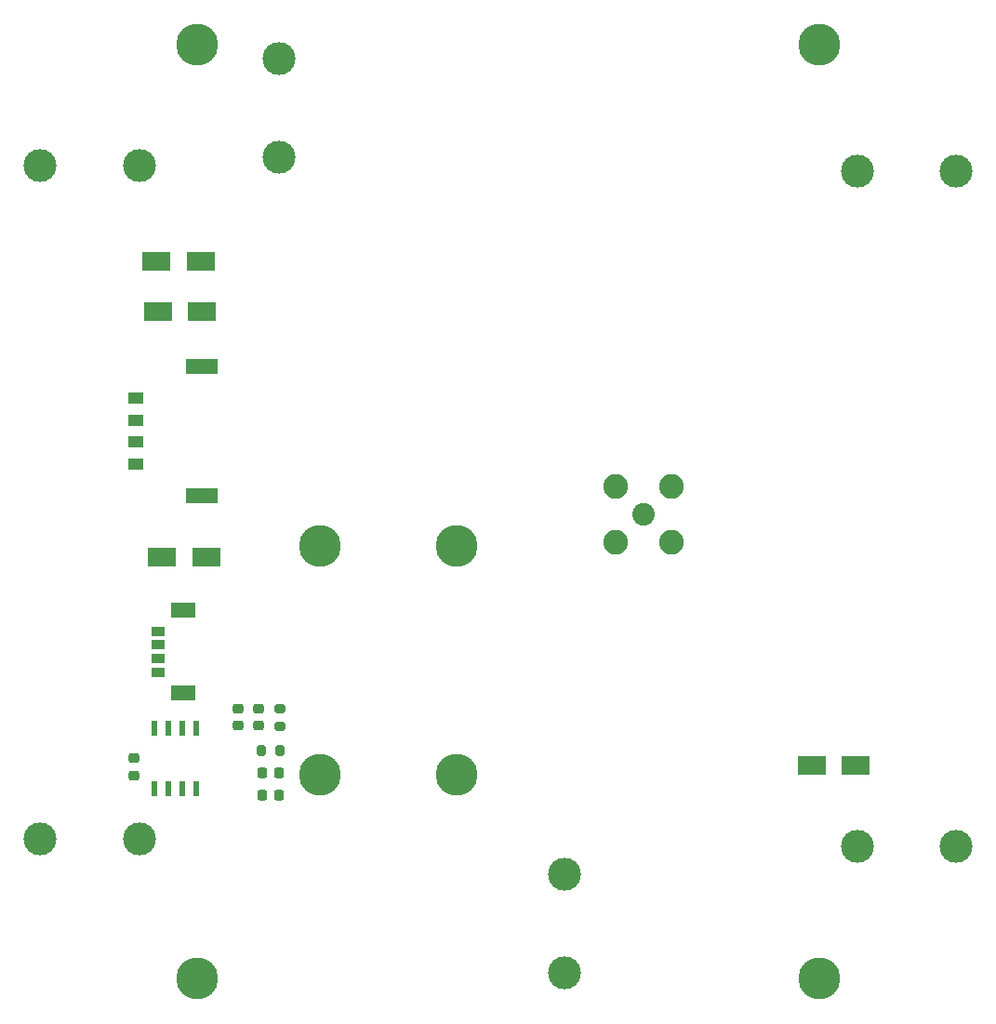
<source format=gbs>
%TF.GenerationSoftware,KiCad,Pcbnew,9.0.1*%
%TF.CreationDate,2025-04-22T22:25:35-07:00*%
%TF.ProjectId,ZPlus_Panel,5a506c75-735f-4506-916e-656c2e6b6963,2.4*%
%TF.SameCoordinates,Original*%
%TF.FileFunction,Soldermask,Bot*%
%TF.FilePolarity,Negative*%
%FSLAX46Y46*%
G04 Gerber Fmt 4.6, Leading zero omitted, Abs format (unit mm)*
G04 Created by KiCad (PCBNEW 9.0.1) date 2025-04-22 22:25:35*
%MOMM*%
%LPD*%
G01*
G04 APERTURE LIST*
G04 Aperture macros list*
%AMRoundRect*
0 Rectangle with rounded corners*
0 $1 Rounding radius*
0 $2 $3 $4 $5 $6 $7 $8 $9 X,Y pos of 4 corners*
0 Add a 4 corners polygon primitive as box body*
4,1,4,$2,$3,$4,$5,$6,$7,$8,$9,$2,$3,0*
0 Add four circle primitives for the rounded corners*
1,1,$1+$1,$2,$3*
1,1,$1+$1,$4,$5*
1,1,$1+$1,$6,$7*
1,1,$1+$1,$8,$9*
0 Add four rect primitives between the rounded corners*
20,1,$1+$1,$2,$3,$4,$5,0*
20,1,$1+$1,$4,$5,$6,$7,0*
20,1,$1+$1,$6,$7,$8,$9,0*
20,1,$1+$1,$8,$9,$2,$3,0*%
G04 Aperture macros list end*
%ADD10C,3.000000*%
%ADD11C,2.600000*%
%ADD12C,3.800000*%
%ADD13R,2.500000X1.700000*%
%ADD14RoundRect,0.225000X-0.250000X0.225000X-0.250000X-0.225000X0.250000X-0.225000X0.250000X0.225000X0*%
%ADD15R,0.533400X1.460500*%
%ADD16RoundRect,0.225000X0.225000X0.250000X-0.225000X0.250000X-0.225000X-0.250000X0.225000X-0.250000X0*%
%ADD17RoundRect,0.225000X0.250000X-0.225000X0.250000X0.225000X-0.250000X0.225000X-0.250000X-0.225000X0*%
%ADD18RoundRect,0.200000X0.200000X0.275000X-0.200000X0.275000X-0.200000X-0.275000X0.200000X-0.275000X0*%
%ADD19R,1.295400X0.838200*%
%ADD20R,2.260600X1.397000*%
%ADD21R,1.450000X1.100000*%
%ADD22R,2.899999X1.350000*%
%ADD23RoundRect,0.200000X-0.275000X0.200000X-0.275000X-0.200000X0.275000X-0.200000X0.275000X0.200000X0*%
%ADD24C,2.050000*%
%ADD25C,2.250000*%
G04 APERTURE END LIST*
D10*
%TO.C,SC2*%
X106738000Y-56893200D03*
X115738000Y-56893200D03*
%TD*%
D11*
%TO.C,H2*%
X121026001Y-45885830D03*
D12*
X121026001Y-45885830D03*
%TD*%
D10*
%TO.C,SC4*%
X154438000Y-121350000D03*
X154438000Y-130350000D03*
%TD*%
D11*
%TO.C,H4*%
X132163000Y-112293200D03*
D12*
X132163000Y-112293200D03*
%TD*%
D11*
%TO.C,H8*%
X144663000Y-112293200D03*
D12*
X144663000Y-112293200D03*
%TD*%
D11*
%TO.C,H7*%
X144663000Y-91493200D03*
D12*
X144663000Y-91493200D03*
%TD*%
D11*
%TO.C,H5*%
X177700001Y-45885830D03*
D12*
X177700001Y-45885830D03*
%TD*%
D10*
%TO.C,SC1*%
X128463000Y-56118200D03*
X128463000Y-47118200D03*
%TD*%
%TO.C,SC6*%
X181138000Y-57393200D03*
X190138000Y-57393200D03*
%TD*%
%TO.C,SC3*%
X115738000Y-118193200D03*
X106738000Y-118193200D03*
%TD*%
D11*
%TO.C,H6*%
X177700001Y-130885830D03*
D12*
X177700001Y-130885830D03*
%TD*%
D10*
%TO.C,SC5*%
X190138000Y-118793200D03*
X181138000Y-118793200D03*
%TD*%
D11*
%TO.C,H1*%
X121026001Y-130885830D03*
D12*
X121026001Y-130885830D03*
%TD*%
D11*
%TO.C,H3*%
X132163000Y-91493200D03*
D12*
X132163000Y-91493200D03*
%TD*%
D13*
%TO.C,D2*%
X121338000Y-65543200D03*
X117338000Y-65543200D03*
%TD*%
D14*
%TO.C,C1*%
X124713000Y-106318200D03*
X124713000Y-107868200D03*
%TD*%
D15*
%TO.C,U1*%
X117133000Y-108119050D03*
X118403000Y-108119050D03*
X119673000Y-108119050D03*
X120943000Y-108119050D03*
X120943000Y-113567350D03*
X119673000Y-113567350D03*
X118403000Y-113567350D03*
X117133000Y-113567350D03*
%TD*%
D13*
%TO.C,D3*%
X121838000Y-92518200D03*
X117838000Y-92518200D03*
%TD*%
D16*
%TO.C,C3*%
X128488000Y-114155700D03*
X126938000Y-114155700D03*
%TD*%
D17*
%TO.C,C5*%
X115288000Y-112368200D03*
X115288000Y-110818200D03*
%TD*%
D18*
%TO.C,R2*%
X128538000Y-110105700D03*
X126888000Y-110105700D03*
%TD*%
D19*
%TO.C,J2*%
X117438000Y-99243200D03*
X117438000Y-100493200D03*
X117438000Y-101743200D03*
X117438000Y-102993200D03*
D20*
X119732890Y-104893201D03*
X119732890Y-97343199D03*
%TD*%
D13*
%TO.C,D1*%
X121438000Y-70143200D03*
X117438000Y-70143200D03*
%TD*%
D16*
%TO.C,C4*%
X128488000Y-112130700D03*
X126938000Y-112130700D03*
%TD*%
D14*
%TO.C,C2*%
X126638000Y-106318200D03*
X126638000Y-107868200D03*
%TD*%
D13*
%TO.C,D5*%
X180963000Y-111493200D03*
X176963000Y-111493200D03*
%TD*%
D21*
%TO.C,J4*%
X115438001Y-78028550D03*
X115438001Y-80028551D03*
X115438001Y-82028550D03*
X115438001Y-84028551D03*
D22*
X121413000Y-86923549D03*
X121413000Y-75133552D03*
%TD*%
D23*
%TO.C,R1*%
X128538000Y-106268200D03*
X128538000Y-107918200D03*
%TD*%
D24*
%TO.C,J1*%
X161638000Y-88593200D03*
D25*
X159098000Y-91133200D03*
X164178000Y-91133200D03*
X159098000Y-86053200D03*
X164178000Y-86053200D03*
%TD*%
M02*

</source>
